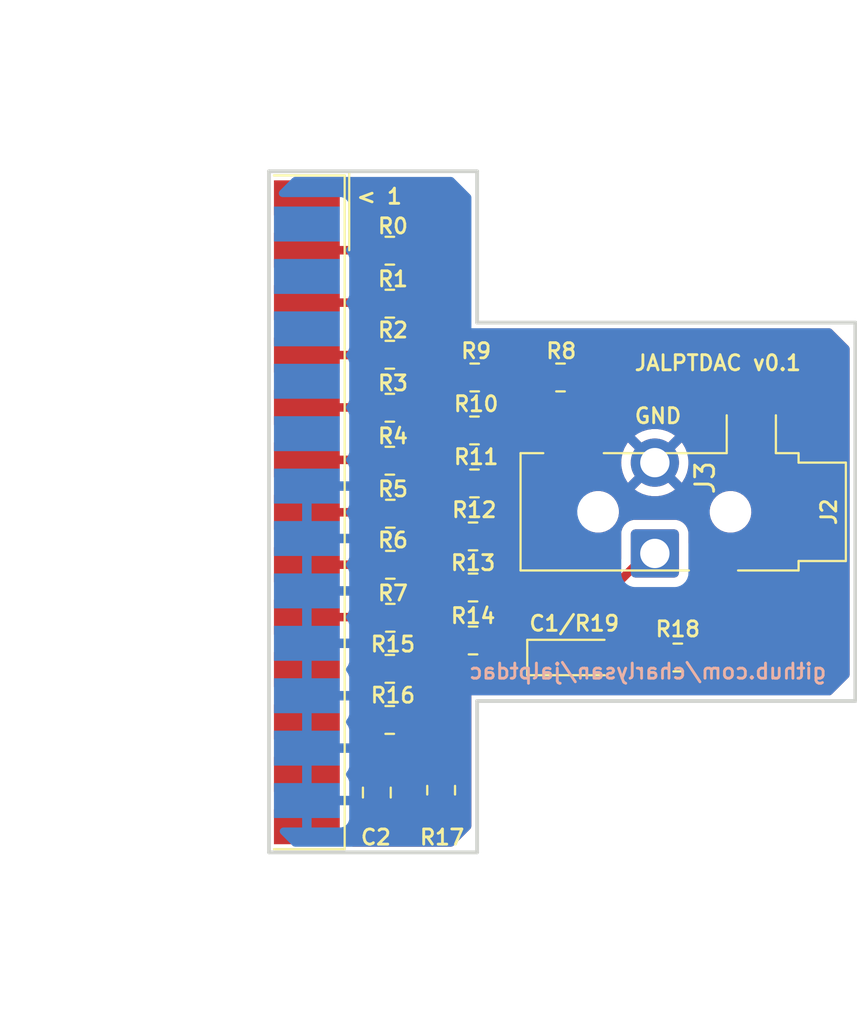
<source format=kicad_pcb>
(kicad_pcb (version 20221018) (generator pcbnew)
  (layers (0 "F.Cu" signal) (31 "B.Cu" signal) (34 "B.Paste" user) (35 "F.Paste" user) (36 "B.SilkS" user "B.Silkscreen") (37 "F.SilkS" user "F.Silkscreen") (38 "B.Mask" user) (39 "F.Mask" user) (44 "Edge.Cuts" user))
  (net 0 "")
  (net 1 "Net-(J3-Pin_1)")
  (net 2 "GND")
  (net 3 "Net-(R1-Pad2)")
  (net 4 "Net-(J1-Pad2)")
  (net 5 "Net-(J1-Pad3)")
  (net 6 "Net-(R10-Pad1)")
  (net 7 "Net-(J1-Pad4)")
  (net 8 "Net-(R11-Pad1)")
  (net 9 "Net-(J1-Pad5)")
  (net 10 "Net-(R12-Pad1)")
  (net 11 "Net-(J1-Pad6)")
  (net 12 "Net-(R13-Pad1)")
  (net 13 "Net-(J1-Pad7)")
  (net 14 "Net-(R14-Pad1)")
  (net 15 "Net-(J1-Pad8)")
  (net 16 "Net-(R15-Pad1)")
  (net 17 "Net-(J1-Pad9)")
  (net 28 "Net-(R0-Pad2)")
  (net 29 "Net-(C1/R19-Pad1)")
  (net 30 "Net-(J2-PadR)")
  (footprint "Capacitor_SMD:C_0805_2012Metric_Pad1.18x1.45mm_HandSolder" (layer "F.Cu") (at 134.65 105.9375 -90)
    (fp_text reference "C2" (at 2.3625 0.05 180) (layer "F.SilkS") (effects (font (size 0.8 0.8) (thickness 0.15) bold)))
    (fp_text value "0.01 uF" hide)
    (fp_line (start -0.261252 -0.735) (end 0.261252 -0.735) (stroke (width 0.12)) (layer "F.SilkS"))
    (fp_line (start -0.261252 0.735) (end 0.261252 0.735) (stroke (width 0.12)) (layer "F.SilkS"))
    (pad "1" smd roundrect (at -1.0375 0 270) (size 1.175 1.45) (layers "F.Cu" "F.Paste" "F.Mask") (roundrect_rratio 0.2127659574) (net 29 "Net-(C1/R19-Pad1)"))
    (pad "2" smd roundrect (at 1.0375 0 270) (size 1.175 1.45) (layers "F.Cu" "F.Paste" "F.Mask") (roundrect_rratio 0.2127659574) (net 2 "GND"))
  )
  (footprint "Resistor_SMD:R_0805_2012Metric" (layer "F.Cu") (at 150.5625 98.8 180)
    (fp_text reference "R18" (at 0 1.5) (layer "F.SilkS") (effects (font (size 0.8 0.8) (thickness 0.15) bold)))
    (fp_text value "0" hide)
    (fp_line (start -0.227064 -0.735) (end 0.227064 -0.735) (stroke (width 0.12)) (layer "F.SilkS"))
    (fp_line (start -0.227064 0.735) (end 0.227064 0.735) (stroke (width 0.12)) (layer "F.SilkS"))
    (pad "1" smd roundrect (at -0.9125 0 180) (size 1.025 1.4) (layers "F.Cu" "F.Paste" "F.Mask") (roundrect_rratio 0.243902439) (net 30 "Net-(J2-PadR)"))
    (pad "2" smd roundrect (at 0.9125 0 180) (size 1.025 1.4) (layers "F.Cu" "F.Paste" "F.Mask") (roundrect_rratio 0.243902439) (net 1 "Net-(J3-Pin_1)"))
  )
  (footprint "Resistor_SMD:R_0805_2012Metric" (layer "F.Cu") (at 135.3375 85.6)
    (fp_text reference "R3" (at 0.1625 -1.3 180) (layer "F.SilkS") (effects (font (size 0.8 0.8) (thickness 0.15) bold)))
    (fp_text value "20K" hide)
    (fp_line (start -0.227064 -0.735) (end 0.227064 -0.735) (stroke (width 0.12)) (layer "F.SilkS"))
    (fp_line (start -0.227064 0.735) (end 0.227064 0.735) (stroke (width 0.12)) (layer "F.SilkS"))
    (pad "1" smd roundrect (at -0.9125 0) (size 1.025 1.4) (layers "F.Cu" "F.Paste" "F.Mask") (roundrect_rratio 0.243902439) (net 9 "Net-(J1-Pad5)"))
    (pad "2" smd roundrect (at 0.9125 0) (size 1.025 1.4) (layers "F.Cu" "F.Paste" "F.Mask") (roundrect_rratio 0.243902439) (net 8 "Net-(R11-Pad1)"))
  )
  (footprint "Resistor_SMD:R_0805_2012Metric" (layer "F.Cu") (at 139.8125 86.8)
    (fp_text reference "R10" (at 0.0875 -1.4 180) (layer "F.SilkS") (effects (font (size 0.8 0.8) (thickness 0.15) bold)))
    (fp_text value "10K" hide)
    (fp_line (start -0.227064 -0.735) (end 0.227064 -0.735) (stroke (width 0.12)) (layer "F.SilkS"))
    (fp_line (start -0.227064 0.735) (end 0.227064 0.735) (stroke (width 0.12)) (layer "F.SilkS"))
    (pad "1" smd roundrect (at -0.9125 0) (size 1.025 1.4) (layers "F.Cu" "F.Paste" "F.Mask") (roundrect_rratio 0.243902439) (net 6 "Net-(R10-Pad1)"))
    (pad "2" smd roundrect (at 0.9125 0) (size 1.025 1.4) (layers "F.Cu" "F.Paste" "F.Mask") (roundrect_rratio 0.243902439) (net 3 "Net-(R1-Pad2)"))
  )
  (footprint "Resistor_SMD:R_0805_2012Metric" (layer "F.Cu") (at 135.3375 80.1)
    (fp_text reference "R1" (at 0.1625 -1.3 180) (layer "F.SilkS") (effects (font (size 0.8 0.8) (thickness 0.15) bold)))
    (fp_text value "20K" hide)
    (fp_line (start -0.227064 -0.735) (end 0.227064 -0.735) (stroke (width 0.12)) (layer "F.SilkS"))
    (fp_line (start -0.227064 0.735) (end 0.227064 0.735) (stroke (width 0.12)) (layer "F.SilkS"))
    (pad "1" smd roundrect (at -0.9125 0) (size 1.025 1.4) (layers "F.Cu" "F.Paste" "F.Mask") (roundrect_rratio 0.243902439) (net 5 "Net-(J1-Pad3)"))
    (pad "2" smd roundrect (at 0.9125 0) (size 1.025 1.4) (layers "F.Cu" "F.Paste" "F.Mask") (roundrect_rratio 0.243902439) (net 3 "Net-(R1-Pad2)"))
  )
  (footprint "Connector_Wire:SolderWire-0.75sqmm_1x02_P4.8mm_D1.25mm_OD2.3mm" (layer "F.Cu") (at 149.35 93.3 90)
    (fp_text reference "J3" (at 4 2.65 90) (layer "F.SilkS"))
    (fp_text value "Connector" hide)
    (pad "1" thru_hole roundrect (at 0 0 90) (size 2.55 2.55) (drill 1.55) (layers "*.Cu" "*.Mask") (roundrect_rratio 0.09803882353) (net 1 "Net-(J3-Pin_1)"))
    (pad "2" thru_hole circle (at 4.8 0 90) (size 2.55 2.55) (drill 1.55) (layers "*.Cu" "*.Mask") (net 2 "GND"))
  )
  (footprint "Resistor_SMD:R_0805_2012Metric" (layer "F.Cu") (at 139.825 84)
    (fp_text reference "R9" (at 0.075 -1.4 180) (layer "F.SilkS") (effects (font (size 0.8 0.8) (thickness 0.15) bold)))
    (fp_text value "10K" hide)
    (fp_line (start -0.227064 -0.735) (end 0.227064 -0.735) (stroke (width 0.12)) (layer "F.SilkS"))
    (fp_line (start -0.227064 0.735) (end 0.227064 0.735) (stroke (width 0.12)) (layer "F.SilkS"))
    (pad "1" smd roundrect (at -0.9125 0) (size 1.025 1.4) (layers "F.Cu" "F.Paste" "F.Mask") (roundrect_rratio 0.243902439) (net 3 "Net-(R1-Pad2)"))
    (pad "2" smd roundrect (at 0.9125 0) (size 1.025 1.4) (layers "F.Cu" "F.Paste" "F.Mask") (roundrect_rratio 0.243902439) (net 28 "Net-(R0-Pad2)"))
  )
  (footprint "Resistor_SMD:R_0805_2012Metric" (layer "F.Cu") (at 139.8125 89.6)
    (fp_text reference "R11" (at 0.0875 -1.4 180) (layer "F.SilkS") (effects (font (size 0.8 0.8) (thickness 0.15) bold)))
    (fp_text value "10K" hide)
    (fp_line (start -0.227064 -0.735) (end 0.227064 -0.735) (stroke (width 0.12)) (layer "F.SilkS"))
    (fp_line (start -0.227064 0.735) (end 0.227064 0.735) (stroke (width 0.12)) (layer "F.SilkS"))
    (pad "1" smd roundrect (at -0.9125 0) (size 1.025 1.4) (layers "F.Cu" "F.Paste" "F.Mask") (roundrect_rratio 0.243902439) (net 8 "Net-(R11-Pad1)"))
    (pad "2" smd roundrect (at 0.9125 0) (size 1.025 1.4) (layers "F.Cu" "F.Paste" "F.Mask") (roundrect_rratio 0.243902439) (net 6 "Net-(R10-Pad1)"))
  )
  (footprint "Resistor_SMD:R_0805_2012Metric" (layer "F.Cu") (at 135.3375 99.4)
    (fp_text reference "R15" (at 0.1625 -1.3 180) (layer "F.SilkS") (effects (font (size 0.8 0.8) (thickness 0.15) bold)))
    (fp_text value "10K" hide)
    (fp_line (start -0.227064 -0.735) (end 0.227064 -0.735) (stroke (width 0.12)) (layer "F.SilkS"))
    (fp_line (start -0.227064 0.735) (end 0.227064 0.735) (stroke (width 0.12)) (layer "F.SilkS"))
    (pad "1" smd roundrect (at -0.9125 0) (size 1.025 1.4) (layers "F.Cu" "F.Paste" "F.Mask") (roundrect_rratio 0.243902439) (net 16 "Net-(R15-Pad1)"))
    (pad "2" smd roundrect (at 0.9125 0) (size 1.025 1.4) (layers "F.Cu" "F.Paste" "F.Mask") (roundrect_rratio 0.243902439) (net 14 "Net-(R14-Pad1)"))
  )
  (footprint "Capacitor_Tantalum_SMD:CP_EIA-3216-10_Kemet-I_Pad1.58x1.35mm_HandSolder" (layer "F.Cu") (at 145.0875 98.8)
    (fp_text reference "C1/R19" (at 0 -1.8) (layer "F.SilkS") (effects (font (size 0.8 0.8) (thickness 0.15) bold)))
    (fp_text value "0.1 uF" hide)
    (fp_line (start -2.485 -0.935) (end -2.485 0.935) (stroke (width 0.12)) (layer "F.SilkS"))
    (fp_line (start -2.485 0.935) (end 1.6 0.935) (stroke (width 0.12)) (layer "F.SilkS"))
    (fp_line (start 1.6 -0.935) (end -2.485 -0.935) (stroke (width 0.12)) (layer "F.SilkS"))
    (pad "1" smd roundrect (at -1.4375 0) (size 1.575 1.35) (layers "F.Cu" "F.Paste" "F.Mask") (roundrect_rratio 0.1851851852) (net 29 "Net-(C1/R19-Pad1)"))
    (pad "2" smd roundrect (at 1.4375 0) (size 1.575 1.35) (layers "F.Cu" "F.Paste" "F.Mask") (roundrect_rratio 0.1851851852) (net 1 "Net-(J3-Pin_1)"))
  )
  (footprint "Resistor_SMD:R_0805_2012Metric" (layer "F.Cu") (at 135.3375 77.3)
    (fp_text reference "R0" (at 0.1625 -1.3 180) (layer "F.SilkS") (effects (font (size 0.8 0.8) (thickness 0.15) bold)))
    (fp_text value "20K" hide)
    (fp_line (start -0.227064 -0.735) (end 0.227064 -0.735) (stroke (width 0.12)) (layer "F.SilkS"))
    (fp_line (start -0.227064 0.735) (end 0.227064 0.735) (stroke (width 0.12)) (layer "F.SilkS"))
    (pad "1" smd roundrect (at -0.9125 0) (size 1.025 1.4) (layers "F.Cu" "F.Paste" "F.Mask") (roundrect_rratio 0.243902439) (net 4 "Net-(J1-Pad2)"))
    (pad "2" smd roundrect (at 0.9125 0) (size 1.025 1.4) (layers "F.Cu" "F.Paste" "F.Mask") (roundrect_rratio 0.243902439) (net 28 "Net-(R0-Pad2)"))
  )
  (footprint "Resistor_SMD:R_0805_2012Metric" (layer "F.Cu") (at 135.3625 93.9)
    (fp_text reference "R6" (at 0.1375 -1.3 180) (layer "F.SilkS") (effects (font (size 0.8 0.8) (thickness 0.15) bold)))
    (fp_text value "20K" hide)
    (fp_line (start -0.227064 -0.735) (end 0.227064 -0.735) (stroke (width 0.12)) (layer "F.SilkS"))
    (fp_line (start -0.227064 0.735) (end 0.227064 0.735) (stroke (width 0.12)) (layer "F.SilkS"))
    (pad "1" smd roundrect (at -0.9125 0) (size 1.025 1.4) (layers "F.Cu" "F.Paste" "F.Mask") (roundrect_rratio 0.243902439) (net 15 "Net-(J1-Pad8)"))
    (pad "2" smd roundrect (at 0.9125 0) (size 1.025 1.4) (layers "F.Cu" "F.Paste" "F.Mask") (roundrect_rratio 0.243902439) (net 14 "Net-(R14-Pad1)"))
  )
  (footprint "Resistor_SMD:R_0805_2012Metric" (layer "F.Cu") (at 135.3625 91.2)
    (fp_text reference "R5" (at 0.1375 -1.3 180) (layer "F.SilkS") (effects (font (size 0.8 0.8) (thickness 0.15) bold)))
    (fp_text value "20K" hide)
    (fp_line (start -0.227064 -0.735) (end 0.227064 -0.735) (stroke (width 0.12)) (layer "F.SilkS"))
    (fp_line (start -0.227064 0.735) (end 0.227064 0.735) (stroke (width 0.12)) (layer "F.SilkS"))
    (pad "1" smd roundrect (at -0.9125 0) (size 1.025 1.4) (layers "F.Cu" "F.Paste" "F.Mask") (roundrect_rratio 0.243902439) (net 13 "Net-(J1-Pad7)"))
    (pad "2" smd roundrect (at 0.9125 0) (size 1.025 1.4) (layers "F.Cu" "F.Paste" "F.Mask") (roundrect_rratio 0.243902439) (net 12 "Net-(R13-Pad1)"))
  )
  (footprint "Resistor_SMD:R_0805_2012Metric" (layer "F.Cu") (at 135.3375 88.4)
    (fp_text reference "R4" (at 0.1625 -1.3 180) (layer "F.SilkS") (effects (font (size 0.8 0.8) (thickness 0.15) bold)))
    (fp_text value "20K" hide)
    (fp_line (start -0.227064 -0.735) (end 0.227064 -0.735) (stroke (width 0.12)) (layer "F.SilkS"))
    (fp_line (start -0.227064 0.735) (end 0.227064 0.735) (stroke (width 0.12)) (layer "F.SilkS"))
    (pad "1" smd roundrect (at -0.9125 0) (size 1.025 1.4) (layers "F.Cu" "F.Paste" "F.Mask") (roundrect_rratio 0.243902439) (net 11 "Net-(J1-Pad6)"))
    (pad "2" smd roundrect (at 0.9125 0) (size 1.025 1.4) (layers "F.Cu" "F.Paste" "F.Mask") (roundrect_rratio 0.243902439) (net 10 "Net-(R12-Pad1)"))
  )
  (footprint "Resistor_SMD:R_0805_2012Metric" (layer "F.Cu") (at 139.7375 97.9)
    (fp_text reference "R14" (at 0 -1.3) (layer "F.SilkS") (effects (font (size 0.8 0.8) (thickness 0.15) bold)))
    (fp_text value "10K" hide)
    (fp_line (start -0.227064 -0.735) (end 0.227064 -0.735) (stroke (width 0.12)) (layer "F.SilkS"))
    (fp_line (start -0.227064 0.735) (end 0.227064 0.735) (stroke (width 0.12)) (layer "F.SilkS"))
    (pad "1" smd roundrect (at -0.9125 0) (size 1.025 1.4) (layers "F.Cu" "F.Paste" "F.Mask") (roundrect_rratio 0.243902439) (net 14 "Net-(R14-Pad1)"))
    (pad "2" smd roundrect (at 0.9125 0) (size 1.025 1.4) (layers "F.Cu" "F.Paste" "F.Mask") (roundrect_rratio 0.243902439) (net 12 "Net-(R13-Pad1)"))
  )
  (footprint "Resistor_SMD:R_0805_2012Metric" (layer "F.Cu") (at 135.3325 102.1 180)
    (fp_text reference "R16" (at -0.1675 1.3 180) (layer "F.SilkS") (effects (font (size 0.8 0.8) (thickness 0.145) bold)))
    (fp_text value "10K" hide)
    (fp_line (start -0.227064 -0.735) (end 0.227064 -0.735) (stroke (width 0.12)) (layer "F.SilkS"))
    (fp_line (start -0.227064 0.735) (end 0.227064 0.735) (stroke (width 0.12)) (layer "F.SilkS"))
    (pad "1" smd roundrect (at -0.9125 0 180) (size 1.025 1.4) (layers "F.Cu" "F.Paste" "F.Mask") (roundrect_rratio 0.243902439) (net 29 "Net-(C1/R19-Pad1)"))
    (pad "2" smd roundrect (at 0.9125 0 180) (size 1.025 1.4) (layers "F.Cu" "F.Paste" "F.Mask") (roundrect_rratio 0.243902439) (net 16 "Net-(R15-Pad1)"))
  )
  (footprint "Resistor_SMD:R_0805_2012Metric" (layer "F.Cu") (at 139.7375 95.1)
    (fp_text reference "R13" (at 0 -1.3) (layer "F.SilkS") (effects (font (size 0.8 0.8) (thickness 0.15) bold)))
    (fp_text value "10K" hide)
    (fp_line (start -0.227064 -0.735) (end 0.227064 -0.735) (stroke (width 0.12)) (layer "F.SilkS"))
    (fp_line (start -0.227064 0.735) (end 0.227064 0.735) (stroke (width 0.12)) (layer "F.SilkS"))
    (pad "1" smd roundrect (at -0.9125 0) (size 1.025 1.4) (layers "F.Cu" "F.Paste" "F.Mask") (roundrect_rratio 0.243902439) (net 12 "Net-(R13-Pad1)"))
    (pad "2" smd roundrect (at 0.9125 0) (size 1.025 1.4) (layers "F.Cu" "F.Paste" "F.Mask") (roundrect_rratio 0.243902439) (net 10 "Net-(R12-Pad1)"))
  )
  (footprint "Connector_Dsub:DSUB-25_Male_EdgeMount_P2.77mm" (layer "F.Cu") (at 130.95 91.125 -90)
    (fp_text reference "J1" hide)
    (fp_text value "DB25_Plug" hide)
    (fp_line (start -18.043333 -2.24) (end -13.85 -2.24) (stroke (width 0.12)) (layer "F.SilkS"))
    (fp_line (start -18.043333 0) (end -18.043333 -2.24) (stroke (width 0.12)) (layer "F.SilkS"))
    (fp_line (start -17.803333 -2) (end -17.803333 1.74) (stroke (width 0.12)) (layer "F.SilkS"))
    (fp_line (start 17.803333 -2) (end -17.803333 -2) (stroke (width 0.12)) (layer "F.SilkS"))
    (fp_line (start 17.803333 1.74) (end 17.803333 -2) (stroke (width 0.12)) (layer "F.SilkS"))
    (pad "1" smd rect (at -16.62 0 270) (size 1.846667 3.48) (layers "F.Cu" "F.Paste" "F.Mask"))
    (pad "2" smd rect (at -13.85 0 270) (size 1.846667 3.48) (layers "F.Cu" "F.Paste" "F.Mask") (net 4 "Net-(J1-Pad2)"))
    (pad "3" smd rect (at -11.08 0 270) (size 1.846667 3.48) (layers "F.Cu" "F.Paste" "F.Mask") (net 5 "Net-(J1-Pad3)"))
    (pad "4" smd rect (at -8.31 0 270) (size 1.846667 3.48) (layers "F.Cu" "F.Paste" "F.Mask") (net 7 "Net-(J1-Pad4)"))
    (pad "5" smd rect (at -5.54 0 270) (size 1.846667 3.48) (layers "F.Cu" "F.Paste" "F.Mask") (net 9 "Net-(J1-Pad5)"))
    (pad "6" smd rect (at -2.77 0 270) (size 1.846667 3.48) (layers "F.Cu" "F.Paste" "F.Mask") (net 11 "Net-(J1-Pad6)"))
    (pad "7" smd rect (at 0 0 270) (size 1.846667 3.48) (layers "F.Cu" "F.Paste" "F.Mask") (net 13 "Net-(J1-Pad7)"))
    (pad "8" smd rect (at 2.77 0 270) (size 1.846667 3.48) (layers "F.Cu" "F.Paste" "F.Mask") (net 15 "Net-(J1-Pad8)"))
    (pad "9" smd rect (at 5.54 0 270) (size 1.846667 3.48) (layers "F.Cu" "F.Paste" "F.Mask") (net 17 "Net-(J1-Pad9)"))
    (pad "10" smd rect (at 8.31 0 270) (size 1.846667 3.48) (layers "F.Cu" "F.Paste" "F.Mask"))
    (pad "11" smd rect (at 11.08 0 270) (size 1.846667 3.48) (layers "F.Cu" "F.Paste" "F.Mask"))
    (pad "12" smd rect (at 13.85 0 270) (size 1.846667 3.48) (layers "F.Cu" "F.Paste" "F.Mask"))
    (pad "13" smd rect (at 16.62 0 270) (size 1.846667 3.48) (layers "F.Cu" "F.Paste" "F.Mask"))
    (pad "14" smd rect (at -15.235 0 270) (size 1.846667 3.48) (layers "B.Cu" "B.Paste" "B.Mask"))
    (pad "15" smd rect (at -12.465 0 270) (size 1.846667 3.48) (layers "B.Cu" "B.Paste" "B.Mask"))
    (pad "16" smd rect (at -9.695 0 270) (size 1.846667 3.48) (layers "B.Cu" "B.Paste" "B.Mask"))
    (pad "17" smd rect (at -6.925 0 270) (size 1.846667 3.48) (layers "B.Cu" "B.Paste" "B.Mask"))
    (pad "18" smd rect (at -4.155 0 270) (size 1.846667 3.48) (layers "B.Cu" "B.Paste" "B.Mask"))
    (pad "19" smd rect (at -1.385 0 270) (size 1.846667 3.48) (layers "B.Cu" "B.Paste" "B.Mask") (net 2 "GND"))
    (pad "20" smd rect (at 1.385 0 270) (size 1.846667 3.48) (layers "B.Cu" "B.Paste" "B.Mask") (net 2 "GND"))
    (pad "21" smd rect (at 4.155 0 270) (size 1.846667 3.48) (layers "B.Cu" "B.Paste" "B.Mask") (net 2 "GND"))
    (pad "22" smd rect (at 6.925 0 270) (size 1.846667 3.48) (layers "B.Cu" "B.Paste" "B.Mask") (net 2 "GND"))
    (pad "23" smd rect (at 9.695 0 270) (size 1.846667 3.48) (layers "B.Cu" "B.Paste" "B.Mask") (net 2 "GND"))
    (pad "24" smd rect (at 12.465 0 270) (size 1.846667 3.48) (layers "B.Cu" "B.Paste" "B.Mask") (net 2 "GND"))
    (pad "25" smd rect (at 15.235 0 270) (size 1.846667 3.48) (layers "B.Cu" "B.Paste" "B.Mask") (net 2 "GND"))
  )
  (footprint "Connector_Audio:Jack_3.5mm_CUI_SJ-3523-SMT_Horizontal" (layer "F.Cu") (at 150.85 91.1 -90)
    (fp_text reference "J2" (at 0 -7.7 90) (layer "F.SilkS") (effects (font (size 0.8 0.8) (thickness 0.15) bold)))
    (fp_text value "AudioJack3" hide)
    (fp_line (start -3.1 -6.1) (end -2.6 -6.1) (stroke (width 0.12)) (layer "F.SilkS"))
    (fp_line (start -3.1 -4.9) (end -5.1 -4.9) (stroke (width 0.12)) (layer "F.SilkS"))
    (fp_line (start -3.1 -4.9) (end -3.1 -6.1) (stroke (width 0.12)) (layer "F.SilkS"))
    (fp_line (start -3.1 -2.3) (end -5.1 -2.3) (stroke (width 0.12)) (layer "F.SilkS"))
    (fp_line (start -3.1 4.2) (end -3.1 -2.3) (stroke (width 0.12)) (layer "F.SilkS"))
    (fp_line (start -3.1 8.6) (end -3.1 7.4) (stroke (width 0.12)) (layer "F.SilkS"))
    (fp_line (start -2.6 -8.6) (end 2.6 -8.6) (stroke (width 0.12)) (layer "F.SilkS"))
    (fp_line (start -2.6 -6.1) (end -2.6 -8.6) (stroke (width 0.12)) (layer "F.SilkS"))
    (fp_line (start 2.6 -8.6) (end 2.6 -6.1) (stroke (width 0.12)) (layer "F.SilkS"))
    (fp_line (start 2.6 -6.1) (end 3.1 -6.1) (stroke (width 0.12)) (layer "F.SilkS"))
    (fp_line (start 3.1 -6.1) (end 3.1 -2.9) (stroke (width 0.12)) (layer "F.SilkS"))
    (fp_line (start 3.1 -0.3) (end 3.1 8.6) (stroke (width 0.12)) (layer "F.SilkS"))
    (fp_line (start 3.1 8.6) (end -3.1 8.6) (stroke (width 0.12)) (layer "F.SilkS"))
    (pad "" np_thru_hole circle (at 0 -2.5 270) (size 1.7 1.7) (drill 1.7) (layers "*.Cu" "*.Mask"))
    (pad "" np_thru_hole circle (at 0 4.5 270) (size 1.7 1.7) (drill 1.7) (layers "*.Cu" "*.Mask"))
    (pad "R" smd rect (at 3.7 -1.6 270) (size 2.8 2.2) (layers "F.Cu" "F.Paste" "F.Mask") (net 30 "Net-(J2-PadR)"))
    (pad "S" smd rect (at -3.7 -3.6 270) (size 2.8 2.2) (layers "F.Cu" "F.Paste" "F.Mask") (net 2 "GND"))
    (pad "T" smd rect (at -3.7 5.8 270) (size 2.8 2.8) (layers "F.Cu" "F.Paste" "F.Mask") (net 1 "Net-(J3-Pin_1)"))
  )
  (footprint "Resistor_SMD:R_0805_2012Metric" (layer "F.Cu") (at 139.7375 92.4)
    (fp_text reference "R12" (at 0.0625 -1.4 180) (layer "F.SilkS") (effects (font (size 0.8 0.8) (thickness 0.15) bold)))
    (fp_text value "10K" hide)
    (fp_line (start -0.227064 -0.735) (end 0.227064 -0.735) (stroke (width 0.12)) (layer "F.SilkS"))
    (fp_line (start -0.227064 0.735) (end 0.227064 0.735) (stroke (width 0.12)) (layer "F.SilkS"))
    (pad "1" smd roundrect (at -0.9125 0) (size 1.025 1.4) (layers "F.Cu" "F.Paste" "F.Mask") (roundrect_rratio 0.243902439) (net 10 "Net-(R12-Pad1)"))
    (pad "2" smd roundrect (at 0.9125 0) (size 1.025 1.4) (layers "F.Cu" "F.Paste" "F.Mask") (roundrect_rratio 0.243902439) (net 8 "Net-(R11-Pad1)"))
  )
  (footprint "Resistor_SMD:R_0805_2012Metric" (layer "F.Cu") (at 144.3625 84 180)
    (fp_text reference "R8" (at -0.0375 1.4 180) (layer "F.SilkS") (effects (font (size 0.8 0.8) (thickness 0.15) bold)))
    (fp_text value "20K" hide)
    (fp_line (start -0.227064 -0.735) (end 0.227064 -0.735) (stroke (width 0.12)) (layer "F.SilkS"))
    (fp_line (start -0.227064 0.735) (end 0.227064 0.735) (stroke (width 0.12)) (layer "F.SilkS"))
    (pad "1" smd roundrect (at -0.9125 0 180) (size 1.025 1.4) (layers "F.Cu" "F.Paste" "F.Mask") (roundrect_rratio 0.243902439) (net 2 "GND"))
    (pad "2" smd roundrect (at 0.9125 0 180) (size 1.025 1.4) (layers "F.Cu" "F.Paste" "F.Mask") (roundrect_rratio 0.243902439) (net 28 "Net-(R0-Pad2)"))
  )
  (footprint "Resistor_SMD:R_0805_2012Metric" (layer "F.Cu") (at 135.3375 82.8)
    (fp_text reference "R2" (at 0.1625 -1.3 180) (layer "F.SilkS") (effects (font (size 0.8 0.8) (thickness 0.15) bold)))
    (fp_text value "20K" hide)
    (fp_line (start -0.227064 -0.735) (end 0.227064 -0.735) (stroke (width 0.12)) (layer "F.SilkS"))
    (fp_line (start -0.227064 0.735) (end 0.227064 0.735) (stroke (width 0.12)) (layer "F.SilkS"))
    (pad "1" smd roundrect (at -0.9125 0) (size 1.025 1.4) (layers "F.Cu" "F.Paste" "F.Mask") (roundrect_rratio 0.243902439) (net 7 "Net-(J1-Pad4)"))
    (pad "2" smd roundrect (at 0.9125 0) (size 1.025 1.4) (layers "F.Cu" "F.Paste" "F.Mask") (roundrect_rratio 0.243902439) (net 6 "Net-(R10-Pad1)"))
  )
  (footprint "Resistor_SMD:R_0805_2012Metric" (layer "F.Cu") (at 135.3625 96.7)
    (fp_text reference "R7" (at 0.1375 -1.3 180) (layer "F.SilkS") (effects (font (size 0.8 0.8) (thickness 0.15) bold)))
    (fp_text value "20K" hide)
    (fp_line (start -0.227064 -0.735) (end 0.227064 -0.735) (stroke (width 0.12)) (layer "F.SilkS"))
    (fp_line (start -0.227064 0.735) (end 0.227064 0.735) (stroke (width 0.12)) (layer "F.SilkS"))
    (pad "1" smd roundrect (at -0.9125 0) (size 1.025 1.4) (layers "F.Cu" "F.Paste" "F.Mask") (roundrect_rratio 0.243902439) (net 17 "Net-(J1-Pad9)"))
    (pad "2" smd roundrect (at 0.9125 0) (size 1.025 1.4) (layers "F.Cu" "F.Paste" "F.Mask") (roundrect_rratio 0.243902439) (net 16 "Net-(R15-Pad1)"))
  )
  (footprint "Resistor_SMD:R_0805_2012Metric" (layer "F.Cu") (at 138.05 105.8125 90)
    (fp_text reference "R17" (at -2.4875 0.05 180) (layer "F.SilkS") (effects (font (size 0.8 0.8) (thickness 0.15) bold)))
    (fp_text value "15K" hide)
    (fp_line (start -0.227064 -0.735) (end 0.227064 -0.735) (stroke (width 0.12)) (layer "F.SilkS"))
    (fp_line (start -0.227064 0.735) (end 0.227064 0.735) (stroke (width 0.12)) (layer "F.SilkS"))
    (pad "1" smd roundrect (at -0.9125 0 90) (size 1.025 1.4) (layers "F.Cu" "F.Paste" "F.Mask") (roundrect_rratio 0.243902439) (net 2 "GND"))
    (pad "2" smd roundrect (at 0.9125 0 90) (size 1.025 1.4) (layers "F.Cu" "F.Paste" "F.Mask") (roundrect_rratio 0.243902439) (net 29 "Net-(C1/R19-Pad1)"))
  )
  (gr_line (start 139.95 109.1) (end 139.95 101.1) (stroke (width 0.2)) (layer "Edge.Cuts"))
  (gr_line (start 139.95 81.1) (end 139.95 73.1) (stroke (width 0.2)) (layer "Edge.Cuts"))
  (gr_line (start 159.95 81.1) (end 139.95 81.1) (stroke (width 0.2)) (layer "Edge.Cuts"))
  (gr_line (start 128.95 109.1) (end 139.95 109.1) (stroke (width 0.2)) (layer "Edge.Cuts"))
  (gr_line (start 139.95 101.1) (end 159.95 101.1) (stroke (width 0.2)) (layer "Edge.Cuts"))
  (gr_line (start 159.95 101.1) (end 159.95 81.1) (stroke (width 0.2)) (layer "Edge.Cuts"))
  (gr_line (start 139.95 73.1) (end 128.95 73.1) (stroke (width 0.2)) (layer "Edge.Cuts"))
  (gr_line (start 128.95 73.1) (end 128.95 109.1) (stroke (width 0.2)) (layer "Edge.Cuts"))
  (gr_text "github.com/charlysan/jalptdac" (at 158.5 100) (layer "B.SilkS") (effects (font (size 0.8 0.8) (thickness 0.15) bold) (justify left bottom mirror)))
  (gr_text "< 1" (at 133.5 74.9) (layer "F.SilkS") (effects (font (size 0.8 0.8) (thickness 0.15) bold) (justify left bottom)))
  (gr_text "JALPTDAC v0.1" (at 148.2 83.7) (layer "F.SilkS") (effects (font (size 0.8 0.8)) (justify left bottom)))
  (gr_text "GND" (at 148.2 86.5) (layer "F.SilkS") (effects (font (size 0.8 0.8) (thickness 0.15) bold) (justify left bottom)))
  (segment (start 146.525 98.8) (end 149.65 98.8) (width 0.45) (layer "F.Cu") (net 1))
  (segment (start 149.35 93.3) (end 148.95 93.3) (width 0.25) (layer "F.Cu") (net 1))
  (segment (start 144.65 96.925) (end 144.65 87.8) (width 0.45) (layer "F.Cu") (net 1))
  (segment (start 149.05 93.2) (end 149.35 93.2) (width 0.45) (layer "F.Cu") (net 1))
  (segment (start 149.65 98.85) (end 149.65 98.7) (width 0.25) (layer "F.Cu") (net 1))
  (segment (start 146.525 95.725) (end 146.525 98.8) (width 0.45) (layer "F.Cu") (net 1))
  (segment (start 144.65 87.8) (end 145.05 87.4) (width 0.45) (layer "F.Cu") (net 1))
  (segment (start 146.525 98.8) (end 146.925 99.2) (width 0.25) (layer "F.Cu") (net 1))
  (segment (start 148.95 93.3) (end 146.525 95.725) (width 0.45) (layer "F.Cu") (net 1))
  (segment (start 146.525 98.8) (end 144.65 96.925) (width 0.45) (layer "F.Cu") (net 1))
  (segment (start 146.525 98.8) (end 146.875 99.15) (width 0.25) (layer "F.Cu") (net 1))
  (segment (start 134.65 106.975) (end 137.8 106.975) (width 0.45) (layer "F.Cu") (net 2))
  (segment (start 137.8 106.975) (end 138.05 106.725) (width 0.25) (layer "F.Cu") (net 2))
  (segment (start 138.9125 82.7625) (end 138.9125 84) (width 0.45) (layer "F.Cu") (net 3))
  (segment (start 138.9125 84.9875) (end 140.725 86.8) (width 0.45) (layer "F.Cu") (net 3))
  (segment (start 136.25 80.1) (end 138.9125 82.7625) (width 0.45) (layer "F.Cu") (net 3))
  (segment (start 138.9125 84) (end 138.9125 84.9875) (width 0.45) (layer "F.Cu") (net 3))
  (segment (start 134.4 77.275) (end 130.95 77.275) (width 0.45) (layer "F.Cu") (net 4))
  (segment (start 134.425 77.3) (end 134.4 77.275) (width 0.25) (layer "F.Cu") (net 4))
  (segment (start 134.425 80.1) (end 134.37 80.045) (width 0.25) (layer "F.Cu") (net 5))
  (segment (start 134.37 80.045) (end 130.95 80.045) (width 0.45) (layer "F.Cu") (net 5))
  (segment (start 136.25 82.8) (end 137.65 84.2) (width 0.45) (layer "F.Cu") (net 6))
  (segment (start 138.9 87.775) (end 140.725 89.6) (width 0.45) (layer "F.Cu") (net 6))
  (segment (start 137.65 85.55) (end 138.9 86.8) (width 0.45) (layer "F.Cu") (net 6))
  (segment (start 138.9 86.8) (end 138.9 87.775) (width 0.45) (layer "F.Cu") (net 6))
  (segment (start 137.65 84.2) (end 137.65 85.55) (width 0.45) (layer "F.Cu") (net 6))
  (segment (start 134.425 82.8) (end 134.41 82.815) (width 0.25) (layer "F.Cu") (net 7))
  (segment (start 134.41 82.815) (end 130.95 82.815) (width 0.45) (layer "F.Cu") (net 7))
  (segment (start 138.9 90.65) (end 140.65 92.4) (width 0.45) (layer "F.Cu") (net 8))
  (segment (start 137.25 86.6) (end 137.25 87.95) (width 0.45) (layer "F.Cu") (net 8))
  (segment (start 138.9 89.6) (end 138.9 90.65) (width 0.45) (layer "F.Cu") (net 8))
  (segment (start 136.25 85.6) (end 137.25 86.6) (width 0.45) (layer "F.Cu") (net 8))
  (segment (start 137.25 87.95) (end 138.9 89.6) (width 0.45) (layer "F.Cu") (net 8))
  (segment (start 134.425 85.6) (end 134.41 85.585) (width 0.25) (layer "F.Cu") (net 9))
  (segment (start 134.41 85.585) (end 130.95 85.585) (width 0.45) (layer "F.Cu") (net 9))
  (segment (start 137.45 91.025) (end 138.825 92.4) (width 0.45) (layer "F.Cu") (net 10))
  (segment (start 138.825 92.4) (end 138.825 93.275) (width 0.45) (layer "F.Cu") (net 10))
  (segment (start 137.45 89.6) (end 137.45 91.025) (width 0.45) (layer "F.Cu") (net 10))
  (segment (start 136.25 88.4) (end 137.45 89.6) (width 0.45) (layer "F.Cu") (net 10))
  (segment (start 138.825 93.275) (end 140.65 95.1) (width 0.45) (layer "F.Cu") (net 10))
  (segment (start 134.425 88.4) (end 134.38 88.355) (width 0.25) (layer "F.Cu") (net 11))
  (segment (start 134.38 88.355) (end 130.95 88.355) (width 0.45) (layer "F.Cu") (net 11))
  (segment (start 137.35 93.625) (end 138.825 95.1) (width 0.45) (layer "F.Cu") (net 12))
  (segment (start 138.825 95.1) (end 138.825 96.075) (width 0.45) (layer "F.Cu") (net 12))
  (segment (start 137.35 92.275) (end 137.35 93.625) (width 0.45) (layer "F.Cu") (net 12))
  (segment (start 136.275 91.2) (end 137.35 92.275) (width 0.45) (layer "F.Cu") (net 12))
  (segment (start 138.825 96.075) (end 140.65 97.9) (width 0.45) (layer "F.Cu") (net 12))
  (segment (start 134.375 91.125) (end 130.95 91.125) (width 0.45) (layer "F.Cu") (net 13))
  (segment (start 134.45 91.2) (end 134.375 91.125) (width 0.25) (layer "F.Cu") (net 13))
  (segment (start 136.25 99.4) (end 137.75 97.9) (width 0.45) (layer "F.Cu") (net 14))
  (segment (start 137.75 97.9) (end 138.825 97.9) (width 0.45) (layer "F.Cu") (net 14))
  (segment (start 137.45 95.075) (end 137.45 96.525) (width 0.45) (layer "F.Cu") (net 14))
  (segment (start 137.45 96.525) (end 138.825 97.9) (width 0.45) (layer "F.Cu") (net 14))
  (segment (start 136.275 93.9) (end 137.45 95.075) (width 0.45) (layer "F.Cu") (net 14))
  (segment (start 134.45 93.9) (end 134.445 93.895) (width 0.25) (layer "F.Cu") (net 15))
  (segment (start 134.445 93.895) (end 130.95 93.895) (width 0.45) (layer "F.Cu") (net 15))
  (segment (start 136.275 96.7) (end 136.275 97.55) (width 0.45) (layer "F.Cu") (net 16))
  (segment (start 134.425 102.095) (end 134.42 102.1) (width 0.45) (layer "F.Cu") (net 16))
  (segment (start 136.275 97.55) (end 134.425 99.4) (width 0.45) (layer "F.Cu") (net 16))
  (segment (start 134.425 99.4) (end 134.425 102.095) (width 0.45) (layer "F.Cu") (net 16))
  (segment (start 134.415 96.665) (end 130.95 96.665) (width 0.45) (layer "F.Cu") (net 17))
  (segment (start 134.45 96.7) (end 134.415 96.665) (width 0.25) (layer "F.Cu") (net 17))
  (segment (start 138.35 80.7) (end 138.35 79.4) (width 0.45) (layer "F.Cu") (net 28))
  (segment (start 140.7375 83.0875) (end 138.35 80.7) (width 0.45) (layer "F.Cu") (net 28))
  (segment (start 140.7375 84) (end 143.45 84) (width 0.45) (layer "F.Cu") (net 28))
  (segment (start 138.35 79.4) (end 136.25 77.3) (width 0.45) (layer "F.Cu") (net 28))
  (segment (start 140.8225 84.085) (end 140.7375 84) (width 0.25) (layer "F.Cu") (net 28))
  (segment (start 140.7375 84) (end 140.7375 83.0875) (width 0.45) (layer "F.Cu") (net 28))
  (segment (start 136.245 102.1) (end 136.95 102.1) (width 0.45) (layer "F.Cu") (net 29))
  (segment (start 136.245 101.755) (end 138.5 99.5) (width 0.45) (layer "F.Cu") (net 29))
  (segment (start 138.05 104.9) (end 138.05 103.2) (width 0.45) (layer "F.Cu") (net 29))
  (segment (start 142.95 99.5) (end 143.65 98.8) (width 0.45) (layer "F.Cu") (net 29))
  (segment (start 136.245 102.1) (end 136.245 101.755) (width 0.45) (layer "F.Cu") (net 29))
  (segment (start 136.245 102.1) (end 136.245 103.305) (width 0.45) (layer "F.Cu") (net 29))
  (segment (start 136.245 103.305) (end 134.65 104.9) (width 0.45) (layer "F.Cu") (net 29))
  (segment (start 138.5 99.5) (end 142.95 99.5) (width 0.45) (layer "F.Cu") (net 29))
  (segment (start 138.05 103.2) (end 136.95 102.1) (width 0.45) (layer "F.Cu") (net 29))
  (segment (start 151.475 98.8) (end 152.45 97.825) (width 0.45) (layer "F.Cu") (net 30))
  (segment (start 152.45 96) (end 152.45 94.8) (width 0.45) (layer "F.Cu") (net 30))
  (segment (start 152.05 94.4) (end 152.45 94.8) (width 0.25) (layer "F.Cu") (net 30))
  (segment (start 152.45 97.825) (end 152.45 94.8) (width 0.45) (layer "F.Cu") (net 30))
  (segment (start 151.65 94) (end 152.05 94.4) (width 0.45) (layer "F.Cu") (net 30))
  (zone (net 2) (net_name "GND") (layer "F.Cu") (priority 1) (connect_pads (clearance 0.5)) (min_thickness 0.4) (fill yes (thermal_gap 0.5) (thermal_bridge_width 0.5) (smoothing chamfer) (radius 1))
    (polygon (pts (xy 159.65 81.4) (xy 139.65 81.4) (xy 139.65 73.4) (xy 129.25 73.4) (xy 129.25 108.8) (xy 139.65 108.8) (xy 139.65 100.8) (xy 159.65 100.8)))
  )
  (zone (net 2) (net_name "GND") (layer "B.Cu") (connect_pads (clearance 0.5)) (min_thickness 0.4) (fill yes (thermal_gap 0.5) (thermal_bridge_width 0.5) (smoothing chamfer) (radius 1))
    (polygon (pts (xy 159.649236 81.4) (xy 139.65 81.4) (xy 139.65 73.4) (xy 129.249236 73.4) (xy 129.249236 108.8) (xy 139.649236 108.8) (xy 139.649236 100.8) (xy 159.649236 100.8)))
  )
)
</source>
